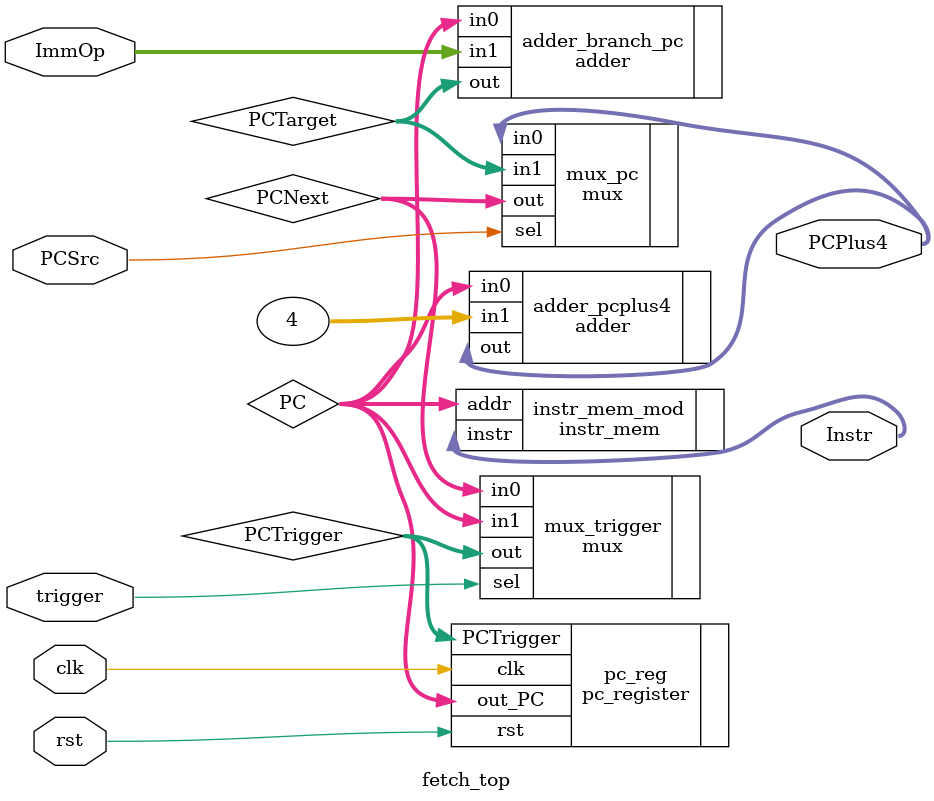
<source format=sv>
module fetch_top # (
    parameter DATA_WIDTH = 32
) (
    input logic clk,
    input logic rst,
    input logic trigger, // needed for f1 fsm. Acts as an ~en input
    input logic PCSrc, // mux sel line: select PC + Imm if 1, else select PC + 4 (increment by 4 bytes)
    input logic [DATA_WIDTH-1:0] ImmOp,
    output logic [DATA_WIDTH-1:0] Instr,
    output logic [DATA_WIDTH-1:0] PCPlus4
);

    logic [DATA_WIDTH-1:0] PCTarget, PCNext, PC, PCTrigger;

    mux mux_pc (
        .in0 (PCPlus4),
        .in1 (PCTarget),
        .sel (PCSrc),
        .out (PCNext)
    );

    // mux after mux_pc to determine if we should progress
    // or just stall at the current pc ie PCNext = PC
    mux mux_trigger (
        .in0 (PCNext),
        .in1 (PC),
        .sel (trigger),
        .out (PCTrigger)
    );

    adder adder_branch_pc (
        .in0 (PC),
        .in1 (ImmOp),
        .out (PCTarget)
    );

    adder adder_pcplus4 (
        .in0 (PC),
        .in1 (4),
        .out (PCPlus4)
    );

    pc_register pc_reg (
        .clk (clk),
        .rst (rst),
        .PCTrigger (PCTrigger),
        .out_PC (PC)
    );

    instr_mem instr_mem_mod (
        .addr(PC),
        .instr(Instr)
    );

endmodule

</source>
